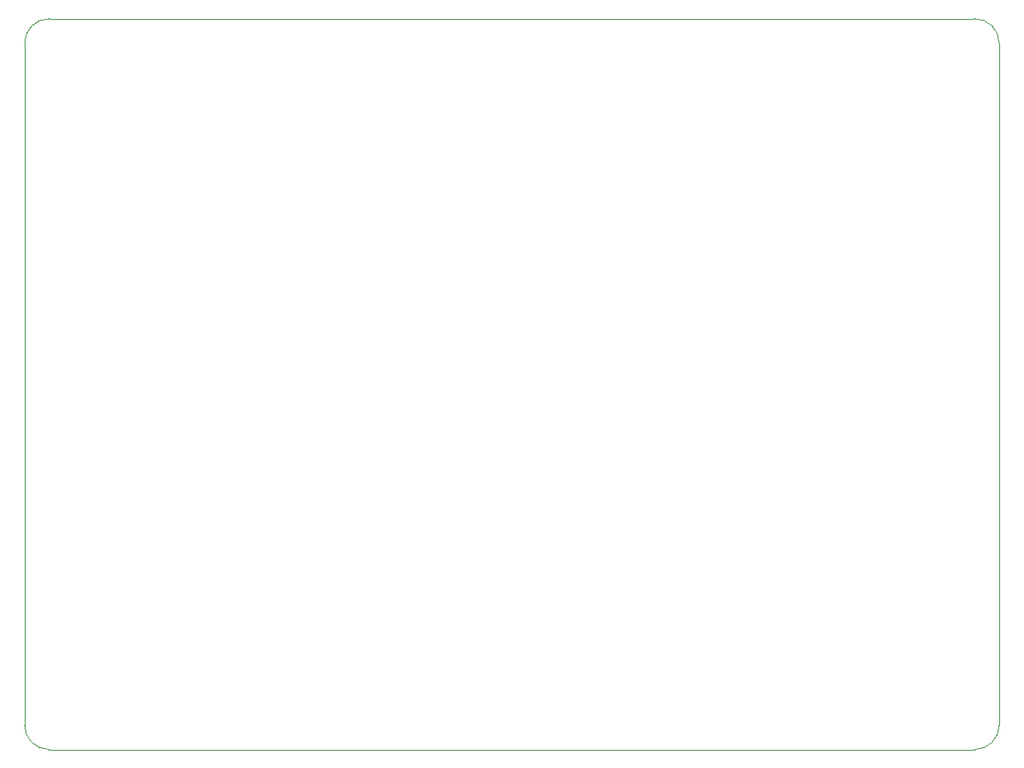
<source format=gko>
G04 #@! TF.GenerationSoftware,KiCad,Pcbnew,(5.1.5)-3*
G04 #@! TF.CreationDate,2020-04-01T20:44:12+02:00*
G04 #@! TF.ProjectId,electro-load,656c6563-7472-46f2-9d6c-6f61642e6b69,rev?*
G04 #@! TF.SameCoordinates,Original*
G04 #@! TF.FileFunction,Profile,NP*
%FSLAX46Y46*%
G04 Gerber Fmt 4.6, Leading zero omitted, Abs format (unit mm)*
G04 Created by KiCad (PCBNEW (5.1.5)-3) date 2020-04-01 20:44:12*
%MOMM*%
%LPD*%
G04 APERTURE LIST*
%ADD10C,0.050000*%
G04 APERTURE END LIST*
D10*
X141500000Y-32000000D02*
X141500000Y-102000000D01*
X141500000Y-102000000D02*
G75*
G02X139000000Y-104500000I-2500000J0D01*
G01*
X139000000Y-29500000D02*
G75*
G02X141500000Y-32000000I0J-2500000D01*
G01*
X44000000Y-104500000D02*
X139000000Y-104500000D01*
X44000000Y-104500000D02*
G75*
G02X41500000Y-102000000I0J2500000D01*
G01*
X41500000Y-32000000D02*
G75*
G02X44000000Y-29500000I2500000J0D01*
G01*
X44000000Y-29500000D02*
X139000000Y-29500000D01*
X41500000Y-102000000D02*
X41500000Y-32000000D01*
M02*

</source>
